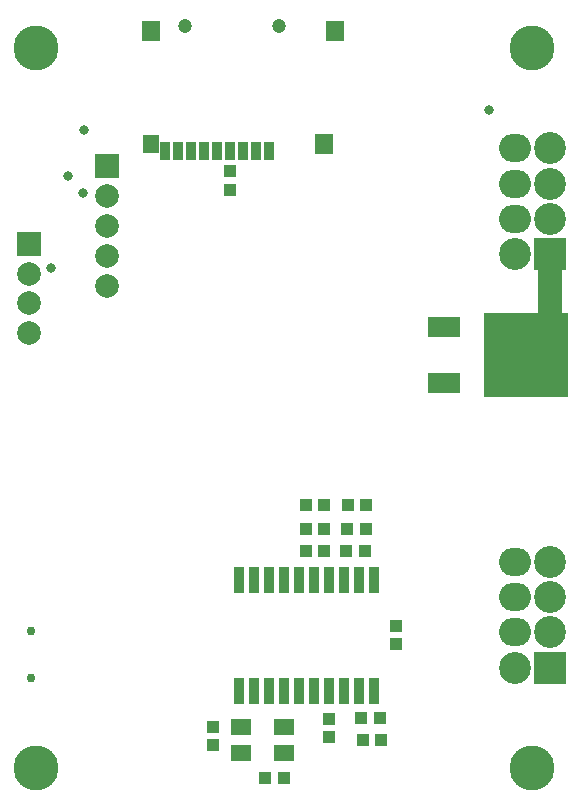
<source format=gbs>
G04 Layer_Color=16711935*
%FSLAX25Y25*%
%MOIN*%
G70*
G01*
G75*
%ADD36C,0.07874*%
%ADD58R,0.04343X0.03950*%
%ADD59R,0.03950X0.04343*%
%ADD65R,0.03359X0.08674*%
%ADD68C,0.04737*%
%ADD69R,0.07099X0.05721*%
%ADD80C,0.07887*%
%ADD81R,0.07887X0.07887*%
%ADD82C,0.02965*%
%ADD83C,0.14973*%
%ADD84R,0.10642X0.10642*%
%ADD85C,0.10642*%
%ADD86O,0.10642X0.09461*%
%ADD87O,0.10642X0.09461*%
%ADD88C,0.03162*%
%ADD89R,0.10642X0.06706*%
%ADD90R,0.28359X0.28359*%
%ADD91R,0.06312X0.07099*%
%ADD92R,0.03556X0.06312*%
%ADD93R,0.05524X0.06312*%
D36*
X383858Y358465D02*
Y383858D01*
D58*
X302350Y292500D02*
D03*
X308650Y292500D02*
D03*
Y285000D02*
D03*
X302350Y285000D02*
D03*
X308650Y300500D02*
D03*
X302350Y300500D02*
D03*
X316350D02*
D03*
X322650Y300500D02*
D03*
X322500Y292500D02*
D03*
X316201Y292500D02*
D03*
X315850Y285000D02*
D03*
X322150Y285000D02*
D03*
X327150Y229500D02*
D03*
X320850Y229500D02*
D03*
X321350Y222000D02*
D03*
X327650Y222000D02*
D03*
X295150Y209500D02*
D03*
X288850Y209500D02*
D03*
D59*
X271500Y226500D02*
D03*
X271500Y220201D02*
D03*
X277000Y411650D02*
D03*
X277000Y405350D02*
D03*
X332500Y260150D02*
D03*
X332500Y253850D02*
D03*
X310000Y229150D02*
D03*
X310000Y222850D02*
D03*
D65*
X305000Y238496D02*
D03*
X300000D02*
D03*
X295000D02*
D03*
X290000D02*
D03*
X325000D02*
D03*
X320000D02*
D03*
X315000D02*
D03*
X310000D02*
D03*
X285000D02*
D03*
X280000D02*
D03*
X290000Y275504D02*
D03*
X295000D02*
D03*
X300000D02*
D03*
X305000D02*
D03*
X280000D02*
D03*
X285000D02*
D03*
X310000D02*
D03*
X315000D02*
D03*
X320000D02*
D03*
X325000D02*
D03*
D68*
X293500Y460000D02*
D03*
X262083D02*
D03*
D69*
X280716Y226331D02*
D03*
X295284Y217669D02*
D03*
Y226331D02*
D03*
X280716Y217669D02*
D03*
D80*
X236000Y393500D02*
D03*
Y373500D02*
D03*
Y383500D02*
D03*
Y403500D02*
D03*
X210000Y377500D02*
D03*
Y367657D02*
D03*
Y357815D02*
D03*
D81*
X236000Y413500D02*
D03*
X210000Y387350D02*
D03*
D82*
X210874Y242626D02*
D03*
Y258374D02*
D03*
D83*
X212598Y452756D02*
D03*
X377953D02*
D03*
Y212598D02*
D03*
X212598D02*
D03*
D84*
X383858Y246063D02*
D03*
Y383858D02*
D03*
D85*
X372047Y246063D02*
D03*
X383858Y281496D02*
D03*
Y269685D02*
D03*
Y257874D02*
D03*
X372047Y383858D02*
D03*
X383858Y419291D02*
D03*
Y407480D02*
D03*
Y395669D02*
D03*
D86*
X372047Y281496D02*
D03*
Y257874D02*
D03*
Y419291D02*
D03*
Y395669D02*
D03*
D87*
Y269685D02*
D03*
Y407480D02*
D03*
D88*
X363500Y432000D02*
D03*
X223000Y410000D02*
D03*
X228000Y404500D02*
D03*
X217500Y379500D02*
D03*
X228500Y425500D02*
D03*
D89*
X348622Y359646D02*
D03*
Y341142D02*
D03*
D90*
X375787Y350394D02*
D03*
D91*
X308461Y420630D02*
D03*
X250980Y458425D02*
D03*
X312004D02*
D03*
D92*
X259839Y418268D02*
D03*
X255508D02*
D03*
X268500D02*
D03*
X264169D02*
D03*
X277161D02*
D03*
X272831D02*
D03*
X290154D02*
D03*
X285823D02*
D03*
X281492D02*
D03*
D93*
X250980Y420630D02*
D03*
M02*

</source>
